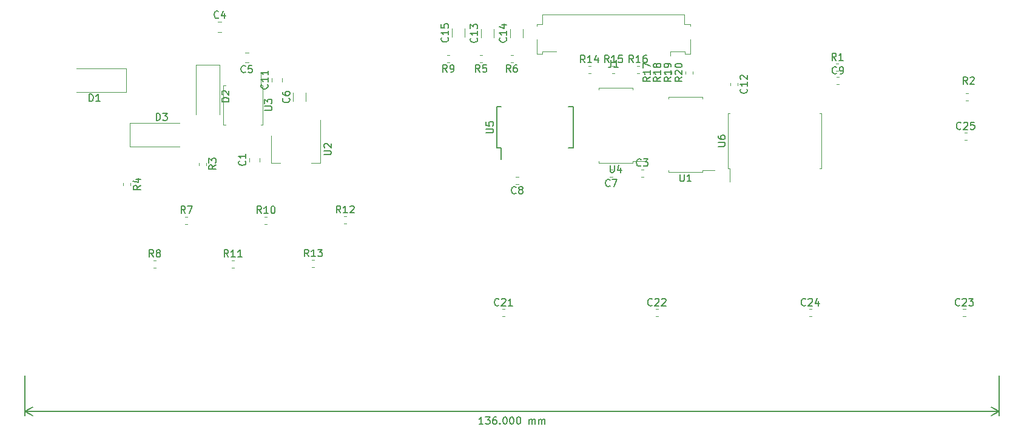
<source format=gto>
G04 #@! TF.GenerationSoftware,KiCad,Pcbnew,(5.1.0)-1*
G04 #@! TF.CreationDate,2020-03-20T23:31:11+08:00*
G04 #@! TF.ProjectId,driver,64726976-6572-42e6-9b69-6361645f7063,rev?*
G04 #@! TF.SameCoordinates,Original*
G04 #@! TF.FileFunction,Legend,Top*
G04 #@! TF.FilePolarity,Positive*
%FSLAX46Y46*%
G04 Gerber Fmt 4.6, Leading zero omitted, Abs format (unit mm)*
G04 Created by KiCad (PCBNEW (5.1.0)-1) date 2020-03-20 23:31:11*
%MOMM*%
%LPD*%
G04 APERTURE LIST*
%ADD10C,0.150000*%
%ADD11C,0.120000*%
G04 APERTURE END LIST*
D10*
X148952380Y-113752380D02*
X148380952Y-113752380D01*
X148666666Y-113752380D02*
X148666666Y-112752380D01*
X148571428Y-112895238D01*
X148476190Y-112990476D01*
X148380952Y-113038095D01*
X149285714Y-112752380D02*
X149904761Y-112752380D01*
X149571428Y-113133333D01*
X149714285Y-113133333D01*
X149809523Y-113180952D01*
X149857142Y-113228571D01*
X149904761Y-113323809D01*
X149904761Y-113561904D01*
X149857142Y-113657142D01*
X149809523Y-113704761D01*
X149714285Y-113752380D01*
X149428571Y-113752380D01*
X149333333Y-113704761D01*
X149285714Y-113657142D01*
X150761904Y-112752380D02*
X150571428Y-112752380D01*
X150476190Y-112800000D01*
X150428571Y-112847619D01*
X150333333Y-112990476D01*
X150285714Y-113180952D01*
X150285714Y-113561904D01*
X150333333Y-113657142D01*
X150380952Y-113704761D01*
X150476190Y-113752380D01*
X150666666Y-113752380D01*
X150761904Y-113704761D01*
X150809523Y-113657142D01*
X150857142Y-113561904D01*
X150857142Y-113323809D01*
X150809523Y-113228571D01*
X150761904Y-113180952D01*
X150666666Y-113133333D01*
X150476190Y-113133333D01*
X150380952Y-113180952D01*
X150333333Y-113228571D01*
X150285714Y-113323809D01*
X151285714Y-113657142D02*
X151333333Y-113704761D01*
X151285714Y-113752380D01*
X151238095Y-113704761D01*
X151285714Y-113657142D01*
X151285714Y-113752380D01*
X151952380Y-112752380D02*
X152047619Y-112752380D01*
X152142857Y-112800000D01*
X152190476Y-112847619D01*
X152238095Y-112942857D01*
X152285714Y-113133333D01*
X152285714Y-113371428D01*
X152238095Y-113561904D01*
X152190476Y-113657142D01*
X152142857Y-113704761D01*
X152047619Y-113752380D01*
X151952380Y-113752380D01*
X151857142Y-113704761D01*
X151809523Y-113657142D01*
X151761904Y-113561904D01*
X151714285Y-113371428D01*
X151714285Y-113133333D01*
X151761904Y-112942857D01*
X151809523Y-112847619D01*
X151857142Y-112800000D01*
X151952380Y-112752380D01*
X152904761Y-112752380D02*
X153000000Y-112752380D01*
X153095238Y-112800000D01*
X153142857Y-112847619D01*
X153190476Y-112942857D01*
X153238095Y-113133333D01*
X153238095Y-113371428D01*
X153190476Y-113561904D01*
X153142857Y-113657142D01*
X153095238Y-113704761D01*
X153000000Y-113752380D01*
X152904761Y-113752380D01*
X152809523Y-113704761D01*
X152761904Y-113657142D01*
X152714285Y-113561904D01*
X152666666Y-113371428D01*
X152666666Y-113133333D01*
X152714285Y-112942857D01*
X152761904Y-112847619D01*
X152809523Y-112800000D01*
X152904761Y-112752380D01*
X153857142Y-112752380D02*
X153952380Y-112752380D01*
X154047619Y-112800000D01*
X154095238Y-112847619D01*
X154142857Y-112942857D01*
X154190476Y-113133333D01*
X154190476Y-113371428D01*
X154142857Y-113561904D01*
X154095238Y-113657142D01*
X154047619Y-113704761D01*
X153952380Y-113752380D01*
X153857142Y-113752380D01*
X153761904Y-113704761D01*
X153714285Y-113657142D01*
X153666666Y-113561904D01*
X153619047Y-113371428D01*
X153619047Y-113133333D01*
X153666666Y-112942857D01*
X153714285Y-112847619D01*
X153761904Y-112800000D01*
X153857142Y-112752380D01*
X155380952Y-113752380D02*
X155380952Y-113085714D01*
X155380952Y-113180952D02*
X155428571Y-113133333D01*
X155523809Y-113085714D01*
X155666666Y-113085714D01*
X155761904Y-113133333D01*
X155809523Y-113228571D01*
X155809523Y-113752380D01*
X155809523Y-113228571D02*
X155857142Y-113133333D01*
X155952380Y-113085714D01*
X156095238Y-113085714D01*
X156190476Y-113133333D01*
X156238095Y-113228571D01*
X156238095Y-113752380D01*
X156714285Y-113752380D02*
X156714285Y-113085714D01*
X156714285Y-113180952D02*
X156761904Y-113133333D01*
X156857142Y-113085714D01*
X157000000Y-113085714D01*
X157095238Y-113133333D01*
X157142857Y-113228571D01*
X157142857Y-113752380D01*
X157142857Y-113228571D02*
X157190476Y-113133333D01*
X157285714Y-113085714D01*
X157428571Y-113085714D01*
X157523809Y-113133333D01*
X157571428Y-113228571D01*
X157571428Y-113752380D01*
X85000000Y-112000000D02*
X221000000Y-112000000D01*
X85000000Y-107000000D02*
X85000000Y-112586421D01*
X221000000Y-107000000D02*
X221000000Y-112586421D01*
X221000000Y-112000000D02*
X219873496Y-112586421D01*
X221000000Y-112000000D02*
X219873496Y-111413579D01*
X85000000Y-112000000D02*
X86126504Y-112586421D01*
X85000000Y-112000000D02*
X86126504Y-111413579D01*
D11*
X216104933Y-74050100D02*
X216447467Y-74050100D01*
X216104933Y-73030100D02*
X216447467Y-73030100D01*
X194426033Y-98700800D02*
X194768567Y-98700800D01*
X194426033Y-97680800D02*
X194768567Y-97680800D01*
X215927133Y-98700800D02*
X216269667Y-98700800D01*
X215927133Y-97680800D02*
X216269667Y-97680800D01*
X173013833Y-98700800D02*
X173356367Y-98700800D01*
X173013833Y-97680800D02*
X173356367Y-97680800D01*
X151614333Y-98700800D02*
X151956867Y-98700800D01*
X151614333Y-97680800D02*
X151956867Y-97680800D01*
X125070033Y-91817400D02*
X125412567Y-91817400D01*
X125070033Y-90797400D02*
X125412567Y-90797400D01*
X129529033Y-85721400D02*
X129871567Y-85721400D01*
X129529033Y-84701400D02*
X129871567Y-84701400D01*
X113867333Y-91880900D02*
X114209867Y-91880900D01*
X113867333Y-90860900D02*
X114209867Y-90860900D01*
X118467333Y-85784900D02*
X118809867Y-85784900D01*
X118467333Y-84764900D02*
X118809867Y-84764900D01*
X102946633Y-91880900D02*
X103289167Y-91880900D01*
X102946633Y-90860900D02*
X103289167Y-90860900D01*
X107377633Y-85784900D02*
X107720167Y-85784900D01*
X107377633Y-84764900D02*
X107720167Y-84764900D01*
X116319480Y-77064092D02*
X116319480Y-76541588D01*
X117739480Y-77064092D02*
X117739480Y-76541588D01*
X170980533Y-78173600D02*
X171323067Y-78173600D01*
X170980533Y-79193600D02*
X171323067Y-79193600D01*
X111937148Y-58946600D02*
X112459652Y-58946600D01*
X111937148Y-57526600D02*
X112459652Y-57526600D01*
X116209852Y-63239200D02*
X115687348Y-63239200D01*
X116209852Y-61819200D02*
X115687348Y-61819200D01*
X122413600Y-68644004D02*
X122413600Y-67439876D01*
X124233600Y-68644004D02*
X124233600Y-67439876D01*
X166993667Y-78173600D02*
X166651133Y-78173600D01*
X166993667Y-79193600D02*
X166651133Y-79193600D01*
X153871267Y-80210000D02*
X153528733Y-80210000D01*
X153871267Y-79190000D02*
X153528733Y-79190000D01*
X198274133Y-65270400D02*
X198616667Y-65270400D01*
X198274133Y-66290400D02*
X198616667Y-66290400D01*
X120853520Y-65890412D02*
X120853520Y-65367908D01*
X119433520Y-65890412D02*
X119433520Y-65367908D01*
X183430700Y-66077733D02*
X183430700Y-66420267D01*
X184450700Y-66077733D02*
X184450700Y-66420267D01*
X148626400Y-59751464D02*
X148626400Y-58547336D01*
X150446400Y-59751464D02*
X150446400Y-58547336D01*
X154510400Y-59714964D02*
X154510400Y-58510836D01*
X152690400Y-59714964D02*
X152690400Y-58510836D01*
X146382400Y-59678464D02*
X146382400Y-58474336D01*
X144562400Y-59678464D02*
X144562400Y-58474336D01*
X99099700Y-67341500D02*
X99099700Y-64041500D01*
X99099700Y-64041500D02*
X92199700Y-64041500D01*
X99099700Y-67341500D02*
X92199700Y-67341500D01*
X112166920Y-63548920D02*
X108866920Y-63548920D01*
X108866920Y-63548920D02*
X108866920Y-70448920D01*
X112166920Y-63548920D02*
X112166920Y-70448920D01*
X99669760Y-71704680D02*
X106569760Y-71704680D01*
X99669760Y-75004680D02*
X106569760Y-75004680D01*
X99669760Y-71704680D02*
X99669760Y-75004680D01*
X175098600Y-62250100D02*
X175098600Y-61660100D01*
X175098600Y-61660100D02*
X177078600Y-61660100D01*
X177078600Y-61660100D02*
X177078600Y-62010100D01*
X177078600Y-62010100D02*
X177848600Y-62010100D01*
X177848600Y-62010100D02*
X177848600Y-59960100D01*
X177848600Y-58140100D02*
X177848600Y-57840100D01*
X177848600Y-57840100D02*
X177048600Y-57840100D01*
X177048600Y-57840100D02*
X177048600Y-56540100D01*
X177048600Y-56540100D02*
X157228600Y-56540100D01*
X157228600Y-56540100D02*
X157228600Y-57840100D01*
X157228600Y-57840100D02*
X156428600Y-57840100D01*
X156428600Y-57840100D02*
X156428600Y-58140100D01*
X156428600Y-59960100D02*
X156428600Y-62010100D01*
X156428600Y-62010100D02*
X157198600Y-62010100D01*
X157198600Y-62010100D02*
X157198600Y-61660100D01*
X157198600Y-61660100D02*
X159178600Y-61660100D01*
X198223333Y-63378100D02*
X198565867Y-63378100D01*
X198223333Y-64398100D02*
X198565867Y-64398100D01*
X216622667Y-68576400D02*
X216280133Y-68576400D01*
X216622667Y-67556400D02*
X216280133Y-67556400D01*
X109275400Y-77218233D02*
X109275400Y-77560767D01*
X110295400Y-77218233D02*
X110295400Y-77560767D01*
X98734400Y-80050333D02*
X98734400Y-80392867D01*
X99754400Y-80050333D02*
X99754400Y-80392867D01*
X148832667Y-63178900D02*
X148490133Y-63178900D01*
X148832667Y-62158900D02*
X148490133Y-62158900D01*
X153122667Y-62158900D02*
X152780133Y-62158900D01*
X153122667Y-63178900D02*
X152780133Y-63178900D01*
X144260667Y-62158900D02*
X143918133Y-62158900D01*
X144260667Y-63178900D02*
X143918133Y-63178900D01*
X163628533Y-63695600D02*
X163971067Y-63695600D01*
X163628533Y-64715600D02*
X163971067Y-64715600D01*
X166968633Y-64702900D02*
X167311167Y-64702900D01*
X166968633Y-63682900D02*
X167311167Y-63682900D01*
X170397633Y-63682900D02*
X170740167Y-63682900D01*
X170397633Y-64702900D02*
X170740167Y-64702900D01*
X173744600Y-64781967D02*
X173744600Y-64439433D01*
X172724600Y-64781967D02*
X172724600Y-64439433D01*
X175217800Y-64781967D02*
X175217800Y-64439433D01*
X174197800Y-64781967D02*
X174197800Y-64439433D01*
X175671000Y-64781967D02*
X175671000Y-64439433D01*
X176691000Y-64781967D02*
X176691000Y-64439433D01*
X178215000Y-64781967D02*
X178215000Y-64439433D01*
X177195000Y-64781967D02*
X177195000Y-64439433D01*
X177185500Y-68026100D02*
X174800500Y-68026100D01*
X174800500Y-68026100D02*
X174800500Y-68281100D01*
X177185500Y-68026100D02*
X179570500Y-68026100D01*
X179570500Y-68026100D02*
X179570500Y-68281100D01*
X177185500Y-78546100D02*
X174800500Y-78546100D01*
X174800500Y-78546100D02*
X174800500Y-78291100D01*
X177185500Y-78546100D02*
X179570500Y-78546100D01*
X179570500Y-78546100D02*
X179570500Y-78291100D01*
X179570500Y-78291100D02*
X181235500Y-78291100D01*
X119378960Y-77251360D02*
X120638960Y-77251360D01*
X126198960Y-77251360D02*
X124938960Y-77251360D01*
X119378960Y-73491360D02*
X119378960Y-77251360D01*
X126198960Y-71241360D02*
X126198960Y-77251360D01*
X112719520Y-69150160D02*
X112719520Y-71900160D01*
X112719520Y-71900160D02*
X112979520Y-71900160D01*
X112719520Y-69150160D02*
X112719520Y-66400160D01*
X112719520Y-66400160D02*
X112979520Y-66400160D01*
X118169520Y-69150160D02*
X118169520Y-71900160D01*
X118169520Y-71900160D02*
X117909520Y-71900160D01*
X118169520Y-69150160D02*
X118169520Y-66400160D01*
X118169520Y-66400160D02*
X117909520Y-66400160D01*
X117909520Y-66400160D02*
X117909520Y-64750160D01*
X169829600Y-77033800D02*
X171494600Y-77033800D01*
X169829600Y-77288800D02*
X169829600Y-77033800D01*
X167444600Y-77288800D02*
X169829600Y-77288800D01*
X165059600Y-77288800D02*
X165059600Y-77033800D01*
X167444600Y-77288800D02*
X165059600Y-77288800D01*
X169829600Y-66768800D02*
X169829600Y-67023800D01*
X167444600Y-66768800D02*
X169829600Y-66768800D01*
X165059600Y-66768800D02*
X165059600Y-67023800D01*
X167444600Y-66768800D02*
X165059600Y-66768800D01*
D10*
X150844900Y-75176400D02*
X151419900Y-75176400D01*
X150844900Y-69426400D02*
X151494900Y-69426400D01*
X161494900Y-69426400D02*
X160844900Y-69426400D01*
X161494900Y-75176400D02*
X160844900Y-75176400D01*
X150844900Y-75176400D02*
X150844900Y-69426400D01*
X161494900Y-75176400D02*
X161494900Y-69426400D01*
X151419900Y-75176400D02*
X151419900Y-76776400D01*
D11*
X196140300Y-74173300D02*
X196140300Y-70313300D01*
X196140300Y-70313300D02*
X195905300Y-70313300D01*
X196140300Y-74173300D02*
X196140300Y-78033300D01*
X196140300Y-78033300D02*
X195905300Y-78033300D01*
X183120300Y-74173300D02*
X183120300Y-70313300D01*
X183120300Y-70313300D02*
X183355300Y-70313300D01*
X183120300Y-74173300D02*
X183120300Y-78033300D01*
X183120300Y-78033300D02*
X183355300Y-78033300D01*
X183355300Y-78033300D02*
X183355300Y-79848300D01*
D10*
X215633342Y-72467242D02*
X215585723Y-72514861D01*
X215442866Y-72562480D01*
X215347628Y-72562480D01*
X215204771Y-72514861D01*
X215109533Y-72419623D01*
X215061914Y-72324385D01*
X215014295Y-72133909D01*
X215014295Y-71991052D01*
X215061914Y-71800576D01*
X215109533Y-71705338D01*
X215204771Y-71610100D01*
X215347628Y-71562480D01*
X215442866Y-71562480D01*
X215585723Y-71610100D01*
X215633342Y-71657719D01*
X216014295Y-71657719D02*
X216061914Y-71610100D01*
X216157152Y-71562480D01*
X216395247Y-71562480D01*
X216490485Y-71610100D01*
X216538104Y-71657719D01*
X216585723Y-71752957D01*
X216585723Y-71848195D01*
X216538104Y-71991052D01*
X215966676Y-72562480D01*
X216585723Y-72562480D01*
X217490485Y-71562480D02*
X217014295Y-71562480D01*
X216966676Y-72038671D01*
X217014295Y-71991052D01*
X217109533Y-71943433D01*
X217347628Y-71943433D01*
X217442866Y-71991052D01*
X217490485Y-72038671D01*
X217538104Y-72133909D01*
X217538104Y-72372004D01*
X217490485Y-72467242D01*
X217442866Y-72514861D01*
X217347628Y-72562480D01*
X217109533Y-72562480D01*
X217014295Y-72514861D01*
X216966676Y-72467242D01*
X193954442Y-97117942D02*
X193906823Y-97165561D01*
X193763966Y-97213180D01*
X193668728Y-97213180D01*
X193525871Y-97165561D01*
X193430633Y-97070323D01*
X193383014Y-96975085D01*
X193335395Y-96784609D01*
X193335395Y-96641752D01*
X193383014Y-96451276D01*
X193430633Y-96356038D01*
X193525871Y-96260800D01*
X193668728Y-96213180D01*
X193763966Y-96213180D01*
X193906823Y-96260800D01*
X193954442Y-96308419D01*
X194335395Y-96308419D02*
X194383014Y-96260800D01*
X194478252Y-96213180D01*
X194716347Y-96213180D01*
X194811585Y-96260800D01*
X194859204Y-96308419D01*
X194906823Y-96403657D01*
X194906823Y-96498895D01*
X194859204Y-96641752D01*
X194287776Y-97213180D01*
X194906823Y-97213180D01*
X195763966Y-96546514D02*
X195763966Y-97213180D01*
X195525871Y-96165561D02*
X195287776Y-96879847D01*
X195906823Y-96879847D01*
X215455542Y-97117942D02*
X215407923Y-97165561D01*
X215265066Y-97213180D01*
X215169828Y-97213180D01*
X215026971Y-97165561D01*
X214931733Y-97070323D01*
X214884114Y-96975085D01*
X214836495Y-96784609D01*
X214836495Y-96641752D01*
X214884114Y-96451276D01*
X214931733Y-96356038D01*
X215026971Y-96260800D01*
X215169828Y-96213180D01*
X215265066Y-96213180D01*
X215407923Y-96260800D01*
X215455542Y-96308419D01*
X215836495Y-96308419D02*
X215884114Y-96260800D01*
X215979352Y-96213180D01*
X216217447Y-96213180D01*
X216312685Y-96260800D01*
X216360304Y-96308419D01*
X216407923Y-96403657D01*
X216407923Y-96498895D01*
X216360304Y-96641752D01*
X215788876Y-97213180D01*
X216407923Y-97213180D01*
X216741257Y-96213180D02*
X217360304Y-96213180D01*
X217026971Y-96594133D01*
X217169828Y-96594133D01*
X217265066Y-96641752D01*
X217312685Y-96689371D01*
X217360304Y-96784609D01*
X217360304Y-97022704D01*
X217312685Y-97117942D01*
X217265066Y-97165561D01*
X217169828Y-97213180D01*
X216884114Y-97213180D01*
X216788876Y-97165561D01*
X216741257Y-97117942D01*
X172542242Y-97117942D02*
X172494623Y-97165561D01*
X172351766Y-97213180D01*
X172256528Y-97213180D01*
X172113671Y-97165561D01*
X172018433Y-97070323D01*
X171970814Y-96975085D01*
X171923195Y-96784609D01*
X171923195Y-96641752D01*
X171970814Y-96451276D01*
X172018433Y-96356038D01*
X172113671Y-96260800D01*
X172256528Y-96213180D01*
X172351766Y-96213180D01*
X172494623Y-96260800D01*
X172542242Y-96308419D01*
X172923195Y-96308419D02*
X172970814Y-96260800D01*
X173066052Y-96213180D01*
X173304147Y-96213180D01*
X173399385Y-96260800D01*
X173447004Y-96308419D01*
X173494623Y-96403657D01*
X173494623Y-96498895D01*
X173447004Y-96641752D01*
X172875576Y-97213180D01*
X173494623Y-97213180D01*
X173875576Y-96308419D02*
X173923195Y-96260800D01*
X174018433Y-96213180D01*
X174256528Y-96213180D01*
X174351766Y-96260800D01*
X174399385Y-96308419D01*
X174447004Y-96403657D01*
X174447004Y-96498895D01*
X174399385Y-96641752D01*
X173827957Y-97213180D01*
X174447004Y-97213180D01*
X151142742Y-97117942D02*
X151095123Y-97165561D01*
X150952266Y-97213180D01*
X150857028Y-97213180D01*
X150714171Y-97165561D01*
X150618933Y-97070323D01*
X150571314Y-96975085D01*
X150523695Y-96784609D01*
X150523695Y-96641752D01*
X150571314Y-96451276D01*
X150618933Y-96356038D01*
X150714171Y-96260800D01*
X150857028Y-96213180D01*
X150952266Y-96213180D01*
X151095123Y-96260800D01*
X151142742Y-96308419D01*
X151523695Y-96308419D02*
X151571314Y-96260800D01*
X151666552Y-96213180D01*
X151904647Y-96213180D01*
X151999885Y-96260800D01*
X152047504Y-96308419D01*
X152095123Y-96403657D01*
X152095123Y-96498895D01*
X152047504Y-96641752D01*
X151476076Y-97213180D01*
X152095123Y-97213180D01*
X153047504Y-97213180D02*
X152476076Y-97213180D01*
X152761790Y-97213180D02*
X152761790Y-96213180D01*
X152666552Y-96356038D01*
X152571314Y-96451276D01*
X152476076Y-96498895D01*
X124598442Y-90329780D02*
X124265109Y-89853590D01*
X124027014Y-90329780D02*
X124027014Y-89329780D01*
X124407966Y-89329780D01*
X124503204Y-89377400D01*
X124550823Y-89425019D01*
X124598442Y-89520257D01*
X124598442Y-89663114D01*
X124550823Y-89758352D01*
X124503204Y-89805971D01*
X124407966Y-89853590D01*
X124027014Y-89853590D01*
X125550823Y-90329780D02*
X124979395Y-90329780D01*
X125265109Y-90329780D02*
X125265109Y-89329780D01*
X125169871Y-89472638D01*
X125074633Y-89567876D01*
X124979395Y-89615495D01*
X125884157Y-89329780D02*
X126503204Y-89329780D01*
X126169871Y-89710733D01*
X126312728Y-89710733D01*
X126407966Y-89758352D01*
X126455585Y-89805971D01*
X126503204Y-89901209D01*
X126503204Y-90139304D01*
X126455585Y-90234542D01*
X126407966Y-90282161D01*
X126312728Y-90329780D01*
X126027014Y-90329780D01*
X125931776Y-90282161D01*
X125884157Y-90234542D01*
X129057442Y-84233780D02*
X128724109Y-83757590D01*
X128486014Y-84233780D02*
X128486014Y-83233780D01*
X128866966Y-83233780D01*
X128962204Y-83281400D01*
X129009823Y-83329019D01*
X129057442Y-83424257D01*
X129057442Y-83567114D01*
X129009823Y-83662352D01*
X128962204Y-83709971D01*
X128866966Y-83757590D01*
X128486014Y-83757590D01*
X130009823Y-84233780D02*
X129438395Y-84233780D01*
X129724109Y-84233780D02*
X129724109Y-83233780D01*
X129628871Y-83376638D01*
X129533633Y-83471876D01*
X129438395Y-83519495D01*
X130390776Y-83329019D02*
X130438395Y-83281400D01*
X130533633Y-83233780D01*
X130771728Y-83233780D01*
X130866966Y-83281400D01*
X130914585Y-83329019D01*
X130962204Y-83424257D01*
X130962204Y-83519495D01*
X130914585Y-83662352D01*
X130343157Y-84233780D01*
X130962204Y-84233780D01*
X113395742Y-90393280D02*
X113062409Y-89917090D01*
X112824314Y-90393280D02*
X112824314Y-89393280D01*
X113205266Y-89393280D01*
X113300504Y-89440900D01*
X113348123Y-89488519D01*
X113395742Y-89583757D01*
X113395742Y-89726614D01*
X113348123Y-89821852D01*
X113300504Y-89869471D01*
X113205266Y-89917090D01*
X112824314Y-89917090D01*
X114348123Y-90393280D02*
X113776695Y-90393280D01*
X114062409Y-90393280D02*
X114062409Y-89393280D01*
X113967171Y-89536138D01*
X113871933Y-89631376D01*
X113776695Y-89678995D01*
X115300504Y-90393280D02*
X114729076Y-90393280D01*
X115014790Y-90393280D02*
X115014790Y-89393280D01*
X114919552Y-89536138D01*
X114824314Y-89631376D01*
X114729076Y-89678995D01*
X117995742Y-84297280D02*
X117662409Y-83821090D01*
X117424314Y-84297280D02*
X117424314Y-83297280D01*
X117805266Y-83297280D01*
X117900504Y-83344900D01*
X117948123Y-83392519D01*
X117995742Y-83487757D01*
X117995742Y-83630614D01*
X117948123Y-83725852D01*
X117900504Y-83773471D01*
X117805266Y-83821090D01*
X117424314Y-83821090D01*
X118948123Y-84297280D02*
X118376695Y-84297280D01*
X118662409Y-84297280D02*
X118662409Y-83297280D01*
X118567171Y-83440138D01*
X118471933Y-83535376D01*
X118376695Y-83582995D01*
X119567171Y-83297280D02*
X119662409Y-83297280D01*
X119757647Y-83344900D01*
X119805266Y-83392519D01*
X119852885Y-83487757D01*
X119900504Y-83678233D01*
X119900504Y-83916328D01*
X119852885Y-84106804D01*
X119805266Y-84202042D01*
X119757647Y-84249661D01*
X119662409Y-84297280D01*
X119567171Y-84297280D01*
X119471933Y-84249661D01*
X119424314Y-84202042D01*
X119376695Y-84106804D01*
X119329076Y-83916328D01*
X119329076Y-83678233D01*
X119376695Y-83487757D01*
X119424314Y-83392519D01*
X119471933Y-83344900D01*
X119567171Y-83297280D01*
X102951233Y-90393280D02*
X102617900Y-89917090D01*
X102379804Y-90393280D02*
X102379804Y-89393280D01*
X102760757Y-89393280D01*
X102855995Y-89440900D01*
X102903614Y-89488519D01*
X102951233Y-89583757D01*
X102951233Y-89726614D01*
X102903614Y-89821852D01*
X102855995Y-89869471D01*
X102760757Y-89917090D01*
X102379804Y-89917090D01*
X103522661Y-89821852D02*
X103427423Y-89774233D01*
X103379804Y-89726614D01*
X103332185Y-89631376D01*
X103332185Y-89583757D01*
X103379804Y-89488519D01*
X103427423Y-89440900D01*
X103522661Y-89393280D01*
X103713138Y-89393280D01*
X103808376Y-89440900D01*
X103855995Y-89488519D01*
X103903614Y-89583757D01*
X103903614Y-89631376D01*
X103855995Y-89726614D01*
X103808376Y-89774233D01*
X103713138Y-89821852D01*
X103522661Y-89821852D01*
X103427423Y-89869471D01*
X103379804Y-89917090D01*
X103332185Y-90012328D01*
X103332185Y-90202804D01*
X103379804Y-90298042D01*
X103427423Y-90345661D01*
X103522661Y-90393280D01*
X103713138Y-90393280D01*
X103808376Y-90345661D01*
X103855995Y-90298042D01*
X103903614Y-90202804D01*
X103903614Y-90012328D01*
X103855995Y-89917090D01*
X103808376Y-89869471D01*
X103713138Y-89821852D01*
X107382233Y-84297280D02*
X107048900Y-83821090D01*
X106810804Y-84297280D02*
X106810804Y-83297280D01*
X107191757Y-83297280D01*
X107286995Y-83344900D01*
X107334614Y-83392519D01*
X107382233Y-83487757D01*
X107382233Y-83630614D01*
X107334614Y-83725852D01*
X107286995Y-83773471D01*
X107191757Y-83821090D01*
X106810804Y-83821090D01*
X107715566Y-83297280D02*
X108382233Y-83297280D01*
X107953661Y-84297280D01*
X115736622Y-76969506D02*
X115784241Y-77017125D01*
X115831860Y-77159982D01*
X115831860Y-77255220D01*
X115784241Y-77398078D01*
X115689003Y-77493316D01*
X115593765Y-77540935D01*
X115403289Y-77588554D01*
X115260432Y-77588554D01*
X115069956Y-77540935D01*
X114974718Y-77493316D01*
X114879480Y-77398078D01*
X114831860Y-77255220D01*
X114831860Y-77159982D01*
X114879480Y-77017125D01*
X114927099Y-76969506D01*
X115831860Y-76017125D02*
X115831860Y-76588554D01*
X115831860Y-76302840D02*
X114831860Y-76302840D01*
X114974718Y-76398078D01*
X115069956Y-76493316D01*
X115117575Y-76588554D01*
X170985133Y-77610742D02*
X170937514Y-77658361D01*
X170794657Y-77705980D01*
X170699419Y-77705980D01*
X170556561Y-77658361D01*
X170461323Y-77563123D01*
X170413704Y-77467885D01*
X170366085Y-77277409D01*
X170366085Y-77134552D01*
X170413704Y-76944076D01*
X170461323Y-76848838D01*
X170556561Y-76753600D01*
X170699419Y-76705980D01*
X170794657Y-76705980D01*
X170937514Y-76753600D01*
X170985133Y-76801219D01*
X171318466Y-76705980D02*
X171937514Y-76705980D01*
X171604180Y-77086933D01*
X171747038Y-77086933D01*
X171842276Y-77134552D01*
X171889895Y-77182171D01*
X171937514Y-77277409D01*
X171937514Y-77515504D01*
X171889895Y-77610742D01*
X171842276Y-77658361D01*
X171747038Y-77705980D01*
X171461323Y-77705980D01*
X171366085Y-77658361D01*
X171318466Y-77610742D01*
X112031733Y-56943742D02*
X111984114Y-56991361D01*
X111841257Y-57038980D01*
X111746019Y-57038980D01*
X111603161Y-56991361D01*
X111507923Y-56896123D01*
X111460304Y-56800885D01*
X111412685Y-56610409D01*
X111412685Y-56467552D01*
X111460304Y-56277076D01*
X111507923Y-56181838D01*
X111603161Y-56086600D01*
X111746019Y-56038980D01*
X111841257Y-56038980D01*
X111984114Y-56086600D01*
X112031733Y-56134219D01*
X112888876Y-56372314D02*
X112888876Y-57038980D01*
X112650780Y-55991361D02*
X112412685Y-56705647D01*
X113031733Y-56705647D01*
X115781933Y-64536342D02*
X115734314Y-64583961D01*
X115591457Y-64631580D01*
X115496219Y-64631580D01*
X115353361Y-64583961D01*
X115258123Y-64488723D01*
X115210504Y-64393485D01*
X115162885Y-64203009D01*
X115162885Y-64060152D01*
X115210504Y-63869676D01*
X115258123Y-63774438D01*
X115353361Y-63679200D01*
X115496219Y-63631580D01*
X115591457Y-63631580D01*
X115734314Y-63679200D01*
X115781933Y-63726819D01*
X116686695Y-63631580D02*
X116210504Y-63631580D01*
X116162885Y-64107771D01*
X116210504Y-64060152D01*
X116305742Y-64012533D01*
X116543838Y-64012533D01*
X116639076Y-64060152D01*
X116686695Y-64107771D01*
X116734314Y-64203009D01*
X116734314Y-64441104D01*
X116686695Y-64536342D01*
X116639076Y-64583961D01*
X116543838Y-64631580D01*
X116305742Y-64631580D01*
X116210504Y-64583961D01*
X116162885Y-64536342D01*
X121860742Y-68208606D02*
X121908361Y-68256225D01*
X121955980Y-68399082D01*
X121955980Y-68494320D01*
X121908361Y-68637178D01*
X121813123Y-68732416D01*
X121717885Y-68780035D01*
X121527409Y-68827654D01*
X121384552Y-68827654D01*
X121194076Y-68780035D01*
X121098838Y-68732416D01*
X121003600Y-68637178D01*
X120955980Y-68494320D01*
X120955980Y-68399082D01*
X121003600Y-68256225D01*
X121051219Y-68208606D01*
X120955980Y-67351463D02*
X120955980Y-67541940D01*
X121003600Y-67637178D01*
X121051219Y-67684797D01*
X121194076Y-67780035D01*
X121384552Y-67827654D01*
X121765504Y-67827654D01*
X121860742Y-67780035D01*
X121908361Y-67732416D01*
X121955980Y-67637178D01*
X121955980Y-67446701D01*
X121908361Y-67351463D01*
X121860742Y-67303844D01*
X121765504Y-67256225D01*
X121527409Y-67256225D01*
X121432171Y-67303844D01*
X121384552Y-67351463D01*
X121336933Y-67446701D01*
X121336933Y-67637178D01*
X121384552Y-67732416D01*
X121432171Y-67780035D01*
X121527409Y-67827654D01*
X166655733Y-80470742D02*
X166608114Y-80518361D01*
X166465257Y-80565980D01*
X166370019Y-80565980D01*
X166227161Y-80518361D01*
X166131923Y-80423123D01*
X166084304Y-80327885D01*
X166036685Y-80137409D01*
X166036685Y-79994552D01*
X166084304Y-79804076D01*
X166131923Y-79708838D01*
X166227161Y-79613600D01*
X166370019Y-79565980D01*
X166465257Y-79565980D01*
X166608114Y-79613600D01*
X166655733Y-79661219D01*
X166989066Y-79565980D02*
X167655733Y-79565980D01*
X167227161Y-80565980D01*
X153533333Y-81487142D02*
X153485714Y-81534761D01*
X153342857Y-81582380D01*
X153247619Y-81582380D01*
X153104761Y-81534761D01*
X153009523Y-81439523D01*
X152961904Y-81344285D01*
X152914285Y-81153809D01*
X152914285Y-81010952D01*
X152961904Y-80820476D01*
X153009523Y-80725238D01*
X153104761Y-80630000D01*
X153247619Y-80582380D01*
X153342857Y-80582380D01*
X153485714Y-80630000D01*
X153533333Y-80677619D01*
X154104761Y-81010952D02*
X154009523Y-80963333D01*
X153961904Y-80915714D01*
X153914285Y-80820476D01*
X153914285Y-80772857D01*
X153961904Y-80677619D01*
X154009523Y-80630000D01*
X154104761Y-80582380D01*
X154295238Y-80582380D01*
X154390476Y-80630000D01*
X154438095Y-80677619D01*
X154485714Y-80772857D01*
X154485714Y-80820476D01*
X154438095Y-80915714D01*
X154390476Y-80963333D01*
X154295238Y-81010952D01*
X154104761Y-81010952D01*
X154009523Y-81058571D01*
X153961904Y-81106190D01*
X153914285Y-81201428D01*
X153914285Y-81391904D01*
X153961904Y-81487142D01*
X154009523Y-81534761D01*
X154104761Y-81582380D01*
X154295238Y-81582380D01*
X154390476Y-81534761D01*
X154438095Y-81487142D01*
X154485714Y-81391904D01*
X154485714Y-81201428D01*
X154438095Y-81106190D01*
X154390476Y-81058571D01*
X154295238Y-81010952D01*
X198278733Y-64707542D02*
X198231114Y-64755161D01*
X198088257Y-64802780D01*
X197993019Y-64802780D01*
X197850161Y-64755161D01*
X197754923Y-64659923D01*
X197707304Y-64564685D01*
X197659685Y-64374209D01*
X197659685Y-64231352D01*
X197707304Y-64040876D01*
X197754923Y-63945638D01*
X197850161Y-63850400D01*
X197993019Y-63802780D01*
X198088257Y-63802780D01*
X198231114Y-63850400D01*
X198278733Y-63898019D01*
X198754923Y-64802780D02*
X198945400Y-64802780D01*
X199040638Y-64755161D01*
X199088257Y-64707542D01*
X199183495Y-64564685D01*
X199231114Y-64374209D01*
X199231114Y-63993257D01*
X199183495Y-63898019D01*
X199135876Y-63850400D01*
X199040638Y-63802780D01*
X198850161Y-63802780D01*
X198754923Y-63850400D01*
X198707304Y-63898019D01*
X198659685Y-63993257D01*
X198659685Y-64231352D01*
X198707304Y-64326590D01*
X198754923Y-64374209D01*
X198850161Y-64421828D01*
X199040638Y-64421828D01*
X199135876Y-64374209D01*
X199183495Y-64326590D01*
X199231114Y-64231352D01*
X118850662Y-66272017D02*
X118898281Y-66319636D01*
X118945900Y-66462493D01*
X118945900Y-66557731D01*
X118898281Y-66700588D01*
X118803043Y-66795826D01*
X118707805Y-66843445D01*
X118517329Y-66891064D01*
X118374472Y-66891064D01*
X118183996Y-66843445D01*
X118088758Y-66795826D01*
X117993520Y-66700588D01*
X117945900Y-66557731D01*
X117945900Y-66462493D01*
X117993520Y-66319636D01*
X118041139Y-66272017D01*
X118945900Y-65319636D02*
X118945900Y-65891064D01*
X118945900Y-65605350D02*
X117945900Y-65605350D01*
X118088758Y-65700588D01*
X118183996Y-65795826D01*
X118231615Y-65891064D01*
X118945900Y-64367255D02*
X118945900Y-64938683D01*
X118945900Y-64652969D02*
X117945900Y-64652969D01*
X118088758Y-64748207D01*
X118183996Y-64843445D01*
X118231615Y-64938683D01*
X185727842Y-66891857D02*
X185775461Y-66939476D01*
X185823080Y-67082333D01*
X185823080Y-67177571D01*
X185775461Y-67320428D01*
X185680223Y-67415666D01*
X185584985Y-67463285D01*
X185394509Y-67510904D01*
X185251652Y-67510904D01*
X185061176Y-67463285D01*
X184965938Y-67415666D01*
X184870700Y-67320428D01*
X184823080Y-67177571D01*
X184823080Y-67082333D01*
X184870700Y-66939476D01*
X184918319Y-66891857D01*
X185823080Y-65939476D02*
X185823080Y-66510904D01*
X185823080Y-66225190D02*
X184823080Y-66225190D01*
X184965938Y-66320428D01*
X185061176Y-66415666D01*
X185108795Y-66510904D01*
X184918319Y-65558523D02*
X184870700Y-65510904D01*
X184823080Y-65415666D01*
X184823080Y-65177571D01*
X184870700Y-65082333D01*
X184918319Y-65034714D01*
X185013557Y-64987095D01*
X185108795Y-64987095D01*
X185251652Y-65034714D01*
X185823080Y-65606142D01*
X185823080Y-64987095D01*
X148073542Y-59792257D02*
X148121161Y-59839876D01*
X148168780Y-59982733D01*
X148168780Y-60077971D01*
X148121161Y-60220828D01*
X148025923Y-60316066D01*
X147930685Y-60363685D01*
X147740209Y-60411304D01*
X147597352Y-60411304D01*
X147406876Y-60363685D01*
X147311638Y-60316066D01*
X147216400Y-60220828D01*
X147168780Y-60077971D01*
X147168780Y-59982733D01*
X147216400Y-59839876D01*
X147264019Y-59792257D01*
X148168780Y-58839876D02*
X148168780Y-59411304D01*
X148168780Y-59125590D02*
X147168780Y-59125590D01*
X147311638Y-59220828D01*
X147406876Y-59316066D01*
X147454495Y-59411304D01*
X147168780Y-58506542D02*
X147168780Y-57887495D01*
X147549733Y-58220828D01*
X147549733Y-58077971D01*
X147597352Y-57982733D01*
X147644971Y-57935114D01*
X147740209Y-57887495D01*
X147978304Y-57887495D01*
X148073542Y-57935114D01*
X148121161Y-57982733D01*
X148168780Y-58077971D01*
X148168780Y-58363685D01*
X148121161Y-58458923D01*
X148073542Y-58506542D01*
X152137542Y-59755757D02*
X152185161Y-59803376D01*
X152232780Y-59946233D01*
X152232780Y-60041471D01*
X152185161Y-60184328D01*
X152089923Y-60279566D01*
X151994685Y-60327185D01*
X151804209Y-60374804D01*
X151661352Y-60374804D01*
X151470876Y-60327185D01*
X151375638Y-60279566D01*
X151280400Y-60184328D01*
X151232780Y-60041471D01*
X151232780Y-59946233D01*
X151280400Y-59803376D01*
X151328019Y-59755757D01*
X152232780Y-58803376D02*
X152232780Y-59374804D01*
X152232780Y-59089090D02*
X151232780Y-59089090D01*
X151375638Y-59184328D01*
X151470876Y-59279566D01*
X151518495Y-59374804D01*
X151566114Y-57946233D02*
X152232780Y-57946233D01*
X151185161Y-58184328D02*
X151899447Y-58422423D01*
X151899447Y-57803376D01*
X144009542Y-59719257D02*
X144057161Y-59766876D01*
X144104780Y-59909733D01*
X144104780Y-60004971D01*
X144057161Y-60147828D01*
X143961923Y-60243066D01*
X143866685Y-60290685D01*
X143676209Y-60338304D01*
X143533352Y-60338304D01*
X143342876Y-60290685D01*
X143247638Y-60243066D01*
X143152400Y-60147828D01*
X143104780Y-60004971D01*
X143104780Y-59909733D01*
X143152400Y-59766876D01*
X143200019Y-59719257D01*
X144104780Y-58766876D02*
X144104780Y-59338304D01*
X144104780Y-59052590D02*
X143104780Y-59052590D01*
X143247638Y-59147828D01*
X143342876Y-59243066D01*
X143390495Y-59338304D01*
X143104780Y-57862114D02*
X143104780Y-58338304D01*
X143580971Y-58385923D01*
X143533352Y-58338304D01*
X143485733Y-58243066D01*
X143485733Y-58004971D01*
X143533352Y-57909733D01*
X143580971Y-57862114D01*
X143676209Y-57814495D01*
X143914304Y-57814495D01*
X144009542Y-57862114D01*
X144057161Y-57909733D01*
X144104780Y-58004971D01*
X144104780Y-58243066D01*
X144057161Y-58338304D01*
X144009542Y-58385923D01*
X93961604Y-68643880D02*
X93961604Y-67643880D01*
X94199700Y-67643880D01*
X94342557Y-67691500D01*
X94437795Y-67786738D01*
X94485414Y-67881976D01*
X94533033Y-68072452D01*
X94533033Y-68215309D01*
X94485414Y-68405785D01*
X94437795Y-68501023D01*
X94342557Y-68596261D01*
X94199700Y-68643880D01*
X93961604Y-68643880D01*
X95485414Y-68643880D02*
X94913985Y-68643880D01*
X95199700Y-68643880D02*
X95199700Y-67643880D01*
X95104461Y-67786738D01*
X95009223Y-67881976D01*
X94913985Y-67929595D01*
X113469300Y-68687015D02*
X112469300Y-68687015D01*
X112469300Y-68448920D01*
X112516920Y-68306062D01*
X112612158Y-68210824D01*
X112707396Y-68163205D01*
X112897872Y-68115586D01*
X113040729Y-68115586D01*
X113231205Y-68163205D01*
X113326443Y-68210824D01*
X113421681Y-68306062D01*
X113469300Y-68448920D01*
X113469300Y-68687015D01*
X112564539Y-67734634D02*
X112516920Y-67687015D01*
X112469300Y-67591777D01*
X112469300Y-67353681D01*
X112516920Y-67258443D01*
X112564539Y-67210824D01*
X112659777Y-67163205D01*
X112755015Y-67163205D01*
X112897872Y-67210824D01*
X113469300Y-67782253D01*
X113469300Y-67163205D01*
X103331664Y-71307060D02*
X103331664Y-70307060D01*
X103569760Y-70307060D01*
X103712617Y-70354680D01*
X103807855Y-70449918D01*
X103855474Y-70545156D01*
X103903093Y-70735632D01*
X103903093Y-70878489D01*
X103855474Y-71068965D01*
X103807855Y-71164203D01*
X103712617Y-71259441D01*
X103569760Y-71307060D01*
X103331664Y-71307060D01*
X104236426Y-70307060D02*
X104855474Y-70307060D01*
X104522140Y-70688013D01*
X104664998Y-70688013D01*
X104760236Y-70735632D01*
X104807855Y-70783251D01*
X104855474Y-70878489D01*
X104855474Y-71116584D01*
X104807855Y-71211822D01*
X104760236Y-71259441D01*
X104664998Y-71307060D01*
X104379283Y-71307060D01*
X104284045Y-71259441D01*
X104236426Y-71211822D01*
X166805266Y-62902480D02*
X166805266Y-63616766D01*
X166757647Y-63759623D01*
X166662409Y-63854861D01*
X166519552Y-63902480D01*
X166424314Y-63902480D01*
X167805266Y-63902480D02*
X167233838Y-63902480D01*
X167519552Y-63902480D02*
X167519552Y-62902480D01*
X167424314Y-63045338D01*
X167329076Y-63140576D01*
X167233838Y-63188195D01*
X198227933Y-62910480D02*
X197894600Y-62434290D01*
X197656504Y-62910480D02*
X197656504Y-61910480D01*
X198037457Y-61910480D01*
X198132695Y-61958100D01*
X198180314Y-62005719D01*
X198227933Y-62100957D01*
X198227933Y-62243814D01*
X198180314Y-62339052D01*
X198132695Y-62386671D01*
X198037457Y-62434290D01*
X197656504Y-62434290D01*
X199180314Y-62910480D02*
X198608885Y-62910480D01*
X198894600Y-62910480D02*
X198894600Y-61910480D01*
X198799361Y-62053338D01*
X198704123Y-62148576D01*
X198608885Y-62196195D01*
X216542234Y-66248281D02*
X216208901Y-65772091D01*
X215970805Y-66248281D02*
X215970805Y-65248281D01*
X216351758Y-65248281D01*
X216446996Y-65295901D01*
X216494615Y-65343520D01*
X216542234Y-65438758D01*
X216542234Y-65581615D01*
X216494615Y-65676853D01*
X216446996Y-65724472D01*
X216351758Y-65772091D01*
X215970805Y-65772091D01*
X216923186Y-65343520D02*
X216970805Y-65295901D01*
X217066043Y-65248281D01*
X217304139Y-65248281D01*
X217399377Y-65295901D01*
X217446996Y-65343520D01*
X217494615Y-65438758D01*
X217494615Y-65533996D01*
X217446996Y-65676853D01*
X216875567Y-66248281D01*
X217494615Y-66248281D01*
X111667780Y-77556166D02*
X111191590Y-77889500D01*
X111667780Y-78127595D02*
X110667780Y-78127595D01*
X110667780Y-77746642D01*
X110715400Y-77651404D01*
X110763019Y-77603785D01*
X110858257Y-77556166D01*
X111001114Y-77556166D01*
X111096352Y-77603785D01*
X111143971Y-77651404D01*
X111191590Y-77746642D01*
X111191590Y-78127595D01*
X110667780Y-77222833D02*
X110667780Y-76603785D01*
X111048733Y-76937119D01*
X111048733Y-76794261D01*
X111096352Y-76699023D01*
X111143971Y-76651404D01*
X111239209Y-76603785D01*
X111477304Y-76603785D01*
X111572542Y-76651404D01*
X111620161Y-76699023D01*
X111667780Y-76794261D01*
X111667780Y-77079976D01*
X111620161Y-77175214D01*
X111572542Y-77222833D01*
X101126780Y-80388266D02*
X100650590Y-80721600D01*
X101126780Y-80959695D02*
X100126780Y-80959695D01*
X100126780Y-80578742D01*
X100174400Y-80483504D01*
X100222019Y-80435885D01*
X100317257Y-80388266D01*
X100460114Y-80388266D01*
X100555352Y-80435885D01*
X100602971Y-80483504D01*
X100650590Y-80578742D01*
X100650590Y-80959695D01*
X100460114Y-79531123D02*
X101126780Y-79531123D01*
X100079161Y-79769219D02*
X100793447Y-80007314D01*
X100793447Y-79388266D01*
X148494733Y-64551280D02*
X148161400Y-64075090D01*
X147923304Y-64551280D02*
X147923304Y-63551280D01*
X148304257Y-63551280D01*
X148399495Y-63598900D01*
X148447114Y-63646519D01*
X148494733Y-63741757D01*
X148494733Y-63884614D01*
X148447114Y-63979852D01*
X148399495Y-64027471D01*
X148304257Y-64075090D01*
X147923304Y-64075090D01*
X149399495Y-63551280D02*
X148923304Y-63551280D01*
X148875685Y-64027471D01*
X148923304Y-63979852D01*
X149018542Y-63932233D01*
X149256638Y-63932233D01*
X149351876Y-63979852D01*
X149399495Y-64027471D01*
X149447114Y-64122709D01*
X149447114Y-64360804D01*
X149399495Y-64456042D01*
X149351876Y-64503661D01*
X149256638Y-64551280D01*
X149018542Y-64551280D01*
X148923304Y-64503661D01*
X148875685Y-64456042D01*
X152784733Y-64551280D02*
X152451400Y-64075090D01*
X152213304Y-64551280D02*
X152213304Y-63551280D01*
X152594257Y-63551280D01*
X152689495Y-63598900D01*
X152737114Y-63646519D01*
X152784733Y-63741757D01*
X152784733Y-63884614D01*
X152737114Y-63979852D01*
X152689495Y-64027471D01*
X152594257Y-64075090D01*
X152213304Y-64075090D01*
X153641876Y-63551280D02*
X153451400Y-63551280D01*
X153356161Y-63598900D01*
X153308542Y-63646519D01*
X153213304Y-63789376D01*
X153165685Y-63979852D01*
X153165685Y-64360804D01*
X153213304Y-64456042D01*
X153260923Y-64503661D01*
X153356161Y-64551280D01*
X153546638Y-64551280D01*
X153641876Y-64503661D01*
X153689495Y-64456042D01*
X153737114Y-64360804D01*
X153737114Y-64122709D01*
X153689495Y-64027471D01*
X153641876Y-63979852D01*
X153546638Y-63932233D01*
X153356161Y-63932233D01*
X153260923Y-63979852D01*
X153213304Y-64027471D01*
X153165685Y-64122709D01*
X143922733Y-64551280D02*
X143589400Y-64075090D01*
X143351304Y-64551280D02*
X143351304Y-63551280D01*
X143732257Y-63551280D01*
X143827495Y-63598900D01*
X143875114Y-63646519D01*
X143922733Y-63741757D01*
X143922733Y-63884614D01*
X143875114Y-63979852D01*
X143827495Y-64027471D01*
X143732257Y-64075090D01*
X143351304Y-64075090D01*
X144398923Y-64551280D02*
X144589400Y-64551280D01*
X144684638Y-64503661D01*
X144732257Y-64456042D01*
X144827495Y-64313185D01*
X144875114Y-64122709D01*
X144875114Y-63741757D01*
X144827495Y-63646519D01*
X144779876Y-63598900D01*
X144684638Y-63551280D01*
X144494161Y-63551280D01*
X144398923Y-63598900D01*
X144351304Y-63646519D01*
X144303685Y-63741757D01*
X144303685Y-63979852D01*
X144351304Y-64075090D01*
X144398923Y-64122709D01*
X144494161Y-64170328D01*
X144684638Y-64170328D01*
X144779876Y-64122709D01*
X144827495Y-64075090D01*
X144875114Y-63979852D01*
X163156942Y-63227980D02*
X162823609Y-62751790D01*
X162585514Y-63227980D02*
X162585514Y-62227980D01*
X162966466Y-62227980D01*
X163061704Y-62275600D01*
X163109323Y-62323219D01*
X163156942Y-62418457D01*
X163156942Y-62561314D01*
X163109323Y-62656552D01*
X163061704Y-62704171D01*
X162966466Y-62751790D01*
X162585514Y-62751790D01*
X164109323Y-63227980D02*
X163537895Y-63227980D01*
X163823609Y-63227980D02*
X163823609Y-62227980D01*
X163728371Y-62370838D01*
X163633133Y-62466076D01*
X163537895Y-62513695D01*
X164966466Y-62561314D02*
X164966466Y-63227980D01*
X164728371Y-62180361D02*
X164490276Y-62894647D01*
X165109323Y-62894647D01*
X166497042Y-63215280D02*
X166163709Y-62739090D01*
X165925614Y-63215280D02*
X165925614Y-62215280D01*
X166306566Y-62215280D01*
X166401804Y-62262900D01*
X166449423Y-62310519D01*
X166497042Y-62405757D01*
X166497042Y-62548614D01*
X166449423Y-62643852D01*
X166401804Y-62691471D01*
X166306566Y-62739090D01*
X165925614Y-62739090D01*
X167449423Y-63215280D02*
X166877995Y-63215280D01*
X167163709Y-63215280D02*
X167163709Y-62215280D01*
X167068471Y-62358138D01*
X166973233Y-62453376D01*
X166877995Y-62500995D01*
X168354185Y-62215280D02*
X167877995Y-62215280D01*
X167830376Y-62691471D01*
X167877995Y-62643852D01*
X167973233Y-62596233D01*
X168211328Y-62596233D01*
X168306566Y-62643852D01*
X168354185Y-62691471D01*
X168401804Y-62786709D01*
X168401804Y-63024804D01*
X168354185Y-63120042D01*
X168306566Y-63167661D01*
X168211328Y-63215280D01*
X167973233Y-63215280D01*
X167877995Y-63167661D01*
X167830376Y-63120042D01*
X169926042Y-63215280D02*
X169592709Y-62739090D01*
X169354614Y-63215280D02*
X169354614Y-62215280D01*
X169735566Y-62215280D01*
X169830804Y-62262900D01*
X169878423Y-62310519D01*
X169926042Y-62405757D01*
X169926042Y-62548614D01*
X169878423Y-62643852D01*
X169830804Y-62691471D01*
X169735566Y-62739090D01*
X169354614Y-62739090D01*
X170878423Y-63215280D02*
X170306995Y-63215280D01*
X170592709Y-63215280D02*
X170592709Y-62215280D01*
X170497471Y-62358138D01*
X170402233Y-62453376D01*
X170306995Y-62500995D01*
X171735566Y-62215280D02*
X171545090Y-62215280D01*
X171449852Y-62262900D01*
X171402233Y-62310519D01*
X171306995Y-62453376D01*
X171259376Y-62643852D01*
X171259376Y-63024804D01*
X171306995Y-63120042D01*
X171354614Y-63167661D01*
X171449852Y-63215280D01*
X171640328Y-63215280D01*
X171735566Y-63167661D01*
X171783185Y-63120042D01*
X171830804Y-63024804D01*
X171830804Y-62786709D01*
X171783185Y-62691471D01*
X171735566Y-62643852D01*
X171640328Y-62596233D01*
X171449852Y-62596233D01*
X171354614Y-62643852D01*
X171306995Y-62691471D01*
X171259376Y-62786709D01*
X172256980Y-65253557D02*
X171780790Y-65586890D01*
X172256980Y-65824985D02*
X171256980Y-65824985D01*
X171256980Y-65444033D01*
X171304600Y-65348795D01*
X171352219Y-65301176D01*
X171447457Y-65253557D01*
X171590314Y-65253557D01*
X171685552Y-65301176D01*
X171733171Y-65348795D01*
X171780790Y-65444033D01*
X171780790Y-65824985D01*
X172256980Y-64301176D02*
X172256980Y-64872604D01*
X172256980Y-64586890D02*
X171256980Y-64586890D01*
X171399838Y-64682128D01*
X171495076Y-64777366D01*
X171542695Y-64872604D01*
X171256980Y-63967842D02*
X171256980Y-63301176D01*
X172256980Y-63729747D01*
X173730180Y-65253557D02*
X173253990Y-65586890D01*
X173730180Y-65824985D02*
X172730180Y-65824985D01*
X172730180Y-65444033D01*
X172777800Y-65348795D01*
X172825419Y-65301176D01*
X172920657Y-65253557D01*
X173063514Y-65253557D01*
X173158752Y-65301176D01*
X173206371Y-65348795D01*
X173253990Y-65444033D01*
X173253990Y-65824985D01*
X173730180Y-64301176D02*
X173730180Y-64872604D01*
X173730180Y-64586890D02*
X172730180Y-64586890D01*
X172873038Y-64682128D01*
X172968276Y-64777366D01*
X173015895Y-64872604D01*
X173158752Y-63729747D02*
X173111133Y-63824985D01*
X173063514Y-63872604D01*
X172968276Y-63920223D01*
X172920657Y-63920223D01*
X172825419Y-63872604D01*
X172777800Y-63824985D01*
X172730180Y-63729747D01*
X172730180Y-63539271D01*
X172777800Y-63444033D01*
X172825419Y-63396414D01*
X172920657Y-63348795D01*
X172968276Y-63348795D01*
X173063514Y-63396414D01*
X173111133Y-63444033D01*
X173158752Y-63539271D01*
X173158752Y-63729747D01*
X173206371Y-63824985D01*
X173253990Y-63872604D01*
X173349228Y-63920223D01*
X173539704Y-63920223D01*
X173634942Y-63872604D01*
X173682561Y-63824985D01*
X173730180Y-63729747D01*
X173730180Y-63539271D01*
X173682561Y-63444033D01*
X173634942Y-63396414D01*
X173539704Y-63348795D01*
X173349228Y-63348795D01*
X173253990Y-63396414D01*
X173206371Y-63444033D01*
X173158752Y-63539271D01*
X175203380Y-65253557D02*
X174727190Y-65586890D01*
X175203380Y-65824985D02*
X174203380Y-65824985D01*
X174203380Y-65444033D01*
X174251000Y-65348795D01*
X174298619Y-65301176D01*
X174393857Y-65253557D01*
X174536714Y-65253557D01*
X174631952Y-65301176D01*
X174679571Y-65348795D01*
X174727190Y-65444033D01*
X174727190Y-65824985D01*
X175203380Y-64301176D02*
X175203380Y-64872604D01*
X175203380Y-64586890D02*
X174203380Y-64586890D01*
X174346238Y-64682128D01*
X174441476Y-64777366D01*
X174489095Y-64872604D01*
X175203380Y-63824985D02*
X175203380Y-63634509D01*
X175155761Y-63539271D01*
X175108142Y-63491652D01*
X174965285Y-63396414D01*
X174774809Y-63348795D01*
X174393857Y-63348795D01*
X174298619Y-63396414D01*
X174251000Y-63444033D01*
X174203380Y-63539271D01*
X174203380Y-63729747D01*
X174251000Y-63824985D01*
X174298619Y-63872604D01*
X174393857Y-63920223D01*
X174631952Y-63920223D01*
X174727190Y-63872604D01*
X174774809Y-63824985D01*
X174822428Y-63729747D01*
X174822428Y-63539271D01*
X174774809Y-63444033D01*
X174727190Y-63396414D01*
X174631952Y-63348795D01*
X176727380Y-65253557D02*
X176251190Y-65586890D01*
X176727380Y-65824985D02*
X175727380Y-65824985D01*
X175727380Y-65444033D01*
X175775000Y-65348795D01*
X175822619Y-65301176D01*
X175917857Y-65253557D01*
X176060714Y-65253557D01*
X176155952Y-65301176D01*
X176203571Y-65348795D01*
X176251190Y-65444033D01*
X176251190Y-65824985D01*
X175822619Y-64872604D02*
X175775000Y-64824985D01*
X175727380Y-64729747D01*
X175727380Y-64491652D01*
X175775000Y-64396414D01*
X175822619Y-64348795D01*
X175917857Y-64301176D01*
X176013095Y-64301176D01*
X176155952Y-64348795D01*
X176727380Y-64920223D01*
X176727380Y-64301176D01*
X175727380Y-63682128D02*
X175727380Y-63586890D01*
X175775000Y-63491652D01*
X175822619Y-63444033D01*
X175917857Y-63396414D01*
X176108333Y-63348795D01*
X176346428Y-63348795D01*
X176536904Y-63396414D01*
X176632142Y-63444033D01*
X176679761Y-63491652D01*
X176727380Y-63586890D01*
X176727380Y-63682128D01*
X176679761Y-63777366D01*
X176632142Y-63824985D01*
X176536904Y-63872604D01*
X176346428Y-63920223D01*
X176108333Y-63920223D01*
X175917857Y-63872604D01*
X175822619Y-63824985D01*
X175775000Y-63777366D01*
X175727380Y-63682128D01*
X176423595Y-78838480D02*
X176423595Y-79648004D01*
X176471214Y-79743242D01*
X176518833Y-79790861D01*
X176614071Y-79838480D01*
X176804547Y-79838480D01*
X176899785Y-79790861D01*
X176947404Y-79743242D01*
X176995023Y-79648004D01*
X176995023Y-78838480D01*
X177995023Y-79838480D02*
X177423595Y-79838480D01*
X177709309Y-79838480D02*
X177709309Y-78838480D01*
X177614071Y-78981338D01*
X177518833Y-79076576D01*
X177423595Y-79124195D01*
X126741340Y-76103264D02*
X127550864Y-76103264D01*
X127646102Y-76055645D01*
X127693721Y-76008026D01*
X127741340Y-75912788D01*
X127741340Y-75722312D01*
X127693721Y-75627074D01*
X127646102Y-75579455D01*
X127550864Y-75531836D01*
X126741340Y-75531836D01*
X126836579Y-75103264D02*
X126788960Y-75055645D01*
X126741340Y-74960407D01*
X126741340Y-74722312D01*
X126788960Y-74627074D01*
X126836579Y-74579455D01*
X126931817Y-74531836D01*
X127027055Y-74531836D01*
X127169912Y-74579455D01*
X127741340Y-75150883D01*
X127741340Y-74531836D01*
X118456900Y-69912064D02*
X119266424Y-69912064D01*
X119361662Y-69864445D01*
X119409281Y-69816826D01*
X119456900Y-69721588D01*
X119456900Y-69531112D01*
X119409281Y-69435874D01*
X119361662Y-69388255D01*
X119266424Y-69340636D01*
X118456900Y-69340636D01*
X118456900Y-68959683D02*
X118456900Y-68340636D01*
X118837853Y-68673969D01*
X118837853Y-68531112D01*
X118885472Y-68435874D01*
X118933091Y-68388255D01*
X119028329Y-68340636D01*
X119266424Y-68340636D01*
X119361662Y-68388255D01*
X119409281Y-68435874D01*
X119456900Y-68531112D01*
X119456900Y-68816826D01*
X119409281Y-68912064D01*
X119361662Y-68959683D01*
X166682695Y-77581180D02*
X166682695Y-78390704D01*
X166730314Y-78485942D01*
X166777933Y-78533561D01*
X166873171Y-78581180D01*
X167063647Y-78581180D01*
X167158885Y-78533561D01*
X167206504Y-78485942D01*
X167254123Y-78390704D01*
X167254123Y-77581180D01*
X168158885Y-77914514D02*
X168158885Y-78581180D01*
X167920790Y-77533561D02*
X167682695Y-78247847D01*
X168301742Y-78247847D01*
X149372280Y-73063304D02*
X150181804Y-73063304D01*
X150277042Y-73015685D01*
X150324661Y-72968066D01*
X150372280Y-72872828D01*
X150372280Y-72682352D01*
X150324661Y-72587114D01*
X150277042Y-72539495D01*
X150181804Y-72491876D01*
X149372280Y-72491876D01*
X149372280Y-71539495D02*
X149372280Y-72015685D01*
X149848471Y-72063304D01*
X149800852Y-72015685D01*
X149753233Y-71920447D01*
X149753233Y-71682352D01*
X149800852Y-71587114D01*
X149848471Y-71539495D01*
X149943709Y-71491876D01*
X150181804Y-71491876D01*
X150277042Y-71539495D01*
X150324661Y-71587114D01*
X150372280Y-71682352D01*
X150372280Y-71920447D01*
X150324661Y-72015685D01*
X150277042Y-72063304D01*
X181732680Y-74935204D02*
X182542204Y-74935204D01*
X182637442Y-74887585D01*
X182685061Y-74839966D01*
X182732680Y-74744728D01*
X182732680Y-74554252D01*
X182685061Y-74459014D01*
X182637442Y-74411395D01*
X182542204Y-74363776D01*
X181732680Y-74363776D01*
X181732680Y-73459014D02*
X181732680Y-73649490D01*
X181780300Y-73744728D01*
X181827919Y-73792347D01*
X181970776Y-73887585D01*
X182161252Y-73935204D01*
X182542204Y-73935204D01*
X182637442Y-73887585D01*
X182685061Y-73839966D01*
X182732680Y-73744728D01*
X182732680Y-73554252D01*
X182685061Y-73459014D01*
X182637442Y-73411395D01*
X182542204Y-73363776D01*
X182304109Y-73363776D01*
X182208871Y-73411395D01*
X182161252Y-73459014D01*
X182113633Y-73554252D01*
X182113633Y-73744728D01*
X182161252Y-73839966D01*
X182208871Y-73887585D01*
X182304109Y-73935204D01*
M02*

</source>
